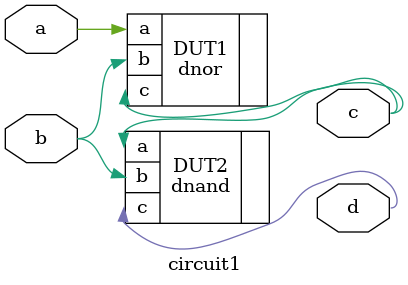
<source format=v>
module circuit1(input a, input b, output c, output d);
	dnor DUT1(.a(a),.b(b),.c(c));
	dnand DUT2(.a(c),.b(b),.c(d));
endmodule
</source>
